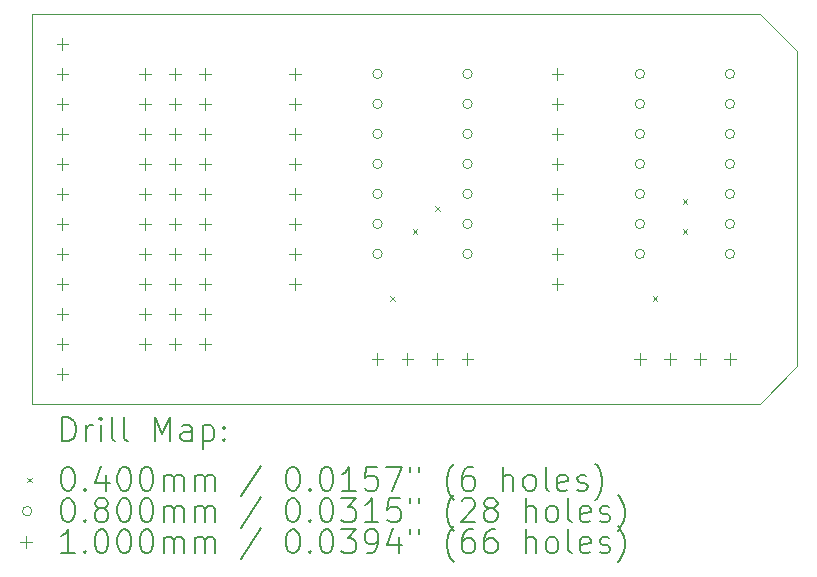
<source format=gbr>
%FSLAX45Y45*%
G04 Gerber Fmt 4.5, Leading zero omitted, Abs format (unit mm)*
G04 Created by KiCad (PCBNEW 6.0.1-79c1e3a40b~116~ubuntu21.04.1) date 2022-02-15 17:07:17*
%MOMM*%
%LPD*%
G01*
G04 APERTURE LIST*
%TA.AperFunction,Profile*%
%ADD10C,0.100000*%
%TD*%
%ADD11C,0.200000*%
%ADD12C,0.040000*%
%ADD13C,0.080000*%
%ADD14C,0.100000*%
G04 APERTURE END LIST*
D10*
X13271500Y-10985500D02*
X12954000Y-11303000D01*
X6794500Y-8001000D02*
X6794500Y-11303000D01*
X13271500Y-8318500D02*
X13271500Y-10985500D01*
X6794500Y-8001000D02*
X12954000Y-8001000D01*
X12954000Y-8001000D02*
X13271500Y-8318500D01*
X6794500Y-11303000D02*
X12954000Y-11303000D01*
D11*
D12*
X9822500Y-10394000D02*
X9862500Y-10434000D01*
X9862500Y-10394000D02*
X9822500Y-10434000D01*
X10013000Y-9822500D02*
X10053000Y-9862500D01*
X10053000Y-9822500D02*
X10013000Y-9862500D01*
X10203500Y-9632000D02*
X10243500Y-9672000D01*
X10243500Y-9632000D02*
X10203500Y-9672000D01*
X12045000Y-10394000D02*
X12085000Y-10434000D01*
X12085000Y-10394000D02*
X12045000Y-10434000D01*
X12299000Y-9568500D02*
X12339000Y-9608500D01*
X12339000Y-9568500D02*
X12299000Y-9608500D01*
X12299000Y-9822500D02*
X12339000Y-9862500D01*
X12339000Y-9822500D02*
X12299000Y-9862500D01*
D13*
X9755500Y-8509000D02*
G75*
G03*
X9755500Y-8509000I-40000J0D01*
G01*
X9755500Y-8763000D02*
G75*
G03*
X9755500Y-8763000I-40000J0D01*
G01*
X9755500Y-9017000D02*
G75*
G03*
X9755500Y-9017000I-40000J0D01*
G01*
X9755500Y-9271000D02*
G75*
G03*
X9755500Y-9271000I-40000J0D01*
G01*
X9755500Y-9525000D02*
G75*
G03*
X9755500Y-9525000I-40000J0D01*
G01*
X9755500Y-9779000D02*
G75*
G03*
X9755500Y-9779000I-40000J0D01*
G01*
X9755500Y-10033000D02*
G75*
G03*
X9755500Y-10033000I-40000J0D01*
G01*
X10517500Y-8509000D02*
G75*
G03*
X10517500Y-8509000I-40000J0D01*
G01*
X10517500Y-8763000D02*
G75*
G03*
X10517500Y-8763000I-40000J0D01*
G01*
X10517500Y-9017000D02*
G75*
G03*
X10517500Y-9017000I-40000J0D01*
G01*
X10517500Y-9271000D02*
G75*
G03*
X10517500Y-9271000I-40000J0D01*
G01*
X10517500Y-9525000D02*
G75*
G03*
X10517500Y-9525000I-40000J0D01*
G01*
X10517500Y-9779000D02*
G75*
G03*
X10517500Y-9779000I-40000J0D01*
G01*
X10517500Y-10033000D02*
G75*
G03*
X10517500Y-10033000I-40000J0D01*
G01*
X11978000Y-8509000D02*
G75*
G03*
X11978000Y-8509000I-40000J0D01*
G01*
X11978000Y-8763000D02*
G75*
G03*
X11978000Y-8763000I-40000J0D01*
G01*
X11978000Y-9017000D02*
G75*
G03*
X11978000Y-9017000I-40000J0D01*
G01*
X11978000Y-9271000D02*
G75*
G03*
X11978000Y-9271000I-40000J0D01*
G01*
X11978000Y-9525000D02*
G75*
G03*
X11978000Y-9525000I-40000J0D01*
G01*
X11978000Y-9779000D02*
G75*
G03*
X11978000Y-9779000I-40000J0D01*
G01*
X11978000Y-10033000D02*
G75*
G03*
X11978000Y-10033000I-40000J0D01*
G01*
X12740000Y-8509000D02*
G75*
G03*
X12740000Y-8509000I-40000J0D01*
G01*
X12740000Y-8763000D02*
G75*
G03*
X12740000Y-8763000I-40000J0D01*
G01*
X12740000Y-9017000D02*
G75*
G03*
X12740000Y-9017000I-40000J0D01*
G01*
X12740000Y-9271000D02*
G75*
G03*
X12740000Y-9271000I-40000J0D01*
G01*
X12740000Y-9525000D02*
G75*
G03*
X12740000Y-9525000I-40000J0D01*
G01*
X12740000Y-9779000D02*
G75*
G03*
X12740000Y-9779000I-40000J0D01*
G01*
X12740000Y-10033000D02*
G75*
G03*
X12740000Y-10033000I-40000J0D01*
G01*
D14*
X7048500Y-8205000D02*
X7048500Y-8305000D01*
X6998500Y-8255000D02*
X7098500Y-8255000D01*
X7048500Y-8459000D02*
X7048500Y-8559000D01*
X6998500Y-8509000D02*
X7098500Y-8509000D01*
X7048500Y-8713000D02*
X7048500Y-8813000D01*
X6998500Y-8763000D02*
X7098500Y-8763000D01*
X7048500Y-8967000D02*
X7048500Y-9067000D01*
X6998500Y-9017000D02*
X7098500Y-9017000D01*
X7048500Y-9221000D02*
X7048500Y-9321000D01*
X6998500Y-9271000D02*
X7098500Y-9271000D01*
X7048500Y-9475000D02*
X7048500Y-9575000D01*
X6998500Y-9525000D02*
X7098500Y-9525000D01*
X7048500Y-9729000D02*
X7048500Y-9829000D01*
X6998500Y-9779000D02*
X7098500Y-9779000D01*
X7048500Y-9983000D02*
X7048500Y-10083000D01*
X6998500Y-10033000D02*
X7098500Y-10033000D01*
X7048500Y-10237000D02*
X7048500Y-10337000D01*
X6998500Y-10287000D02*
X7098500Y-10287000D01*
X7048500Y-10491000D02*
X7048500Y-10591000D01*
X6998500Y-10541000D02*
X7098500Y-10541000D01*
X7048500Y-10745000D02*
X7048500Y-10845000D01*
X6998500Y-10795000D02*
X7098500Y-10795000D01*
X7048500Y-10999000D02*
X7048500Y-11099000D01*
X6998500Y-11049000D02*
X7098500Y-11049000D01*
X7747000Y-8459000D02*
X7747000Y-8559000D01*
X7697000Y-8509000D02*
X7797000Y-8509000D01*
X7747000Y-8713000D02*
X7747000Y-8813000D01*
X7697000Y-8763000D02*
X7797000Y-8763000D01*
X7747000Y-8967000D02*
X7747000Y-9067000D01*
X7697000Y-9017000D02*
X7797000Y-9017000D01*
X7747000Y-9221000D02*
X7747000Y-9321000D01*
X7697000Y-9271000D02*
X7797000Y-9271000D01*
X7747000Y-9475000D02*
X7747000Y-9575000D01*
X7697000Y-9525000D02*
X7797000Y-9525000D01*
X7747000Y-9729000D02*
X7747000Y-9829000D01*
X7697000Y-9779000D02*
X7797000Y-9779000D01*
X7747000Y-9983000D02*
X7747000Y-10083000D01*
X7697000Y-10033000D02*
X7797000Y-10033000D01*
X7747000Y-10237000D02*
X7747000Y-10337000D01*
X7697000Y-10287000D02*
X7797000Y-10287000D01*
X7747000Y-10491000D02*
X7747000Y-10591000D01*
X7697000Y-10541000D02*
X7797000Y-10541000D01*
X7747000Y-10745000D02*
X7747000Y-10845000D01*
X7697000Y-10795000D02*
X7797000Y-10795000D01*
X8001000Y-8459000D02*
X8001000Y-8559000D01*
X7951000Y-8509000D02*
X8051000Y-8509000D01*
X8001000Y-8713000D02*
X8001000Y-8813000D01*
X7951000Y-8763000D02*
X8051000Y-8763000D01*
X8001000Y-8967000D02*
X8001000Y-9067000D01*
X7951000Y-9017000D02*
X8051000Y-9017000D01*
X8001000Y-9221000D02*
X8001000Y-9321000D01*
X7951000Y-9271000D02*
X8051000Y-9271000D01*
X8001000Y-9475000D02*
X8001000Y-9575000D01*
X7951000Y-9525000D02*
X8051000Y-9525000D01*
X8001000Y-9729000D02*
X8001000Y-9829000D01*
X7951000Y-9779000D02*
X8051000Y-9779000D01*
X8001000Y-9983000D02*
X8001000Y-10083000D01*
X7951000Y-10033000D02*
X8051000Y-10033000D01*
X8001000Y-10237000D02*
X8001000Y-10337000D01*
X7951000Y-10287000D02*
X8051000Y-10287000D01*
X8001000Y-10491000D02*
X8001000Y-10591000D01*
X7951000Y-10541000D02*
X8051000Y-10541000D01*
X8001000Y-10745000D02*
X8001000Y-10845000D01*
X7951000Y-10795000D02*
X8051000Y-10795000D01*
X8255000Y-8459000D02*
X8255000Y-8559000D01*
X8205000Y-8509000D02*
X8305000Y-8509000D01*
X8255000Y-8713000D02*
X8255000Y-8813000D01*
X8205000Y-8763000D02*
X8305000Y-8763000D01*
X8255000Y-8967000D02*
X8255000Y-9067000D01*
X8205000Y-9017000D02*
X8305000Y-9017000D01*
X8255000Y-9221000D02*
X8255000Y-9321000D01*
X8205000Y-9271000D02*
X8305000Y-9271000D01*
X8255000Y-9475000D02*
X8255000Y-9575000D01*
X8205000Y-9525000D02*
X8305000Y-9525000D01*
X8255000Y-9729000D02*
X8255000Y-9829000D01*
X8205000Y-9779000D02*
X8305000Y-9779000D01*
X8255000Y-9983000D02*
X8255000Y-10083000D01*
X8205000Y-10033000D02*
X8305000Y-10033000D01*
X8255000Y-10237000D02*
X8255000Y-10337000D01*
X8205000Y-10287000D02*
X8305000Y-10287000D01*
X8255000Y-10491000D02*
X8255000Y-10591000D01*
X8205000Y-10541000D02*
X8305000Y-10541000D01*
X8255000Y-10745000D02*
X8255000Y-10845000D01*
X8205000Y-10795000D02*
X8305000Y-10795000D01*
X9017000Y-8459000D02*
X9017000Y-8559000D01*
X8967000Y-8509000D02*
X9067000Y-8509000D01*
X9017000Y-8713000D02*
X9017000Y-8813000D01*
X8967000Y-8763000D02*
X9067000Y-8763000D01*
X9017000Y-8967000D02*
X9017000Y-9067000D01*
X8967000Y-9017000D02*
X9067000Y-9017000D01*
X9017000Y-9221000D02*
X9017000Y-9321000D01*
X8967000Y-9271000D02*
X9067000Y-9271000D01*
X9017000Y-9475000D02*
X9017000Y-9575000D01*
X8967000Y-9525000D02*
X9067000Y-9525000D01*
X9017000Y-9729000D02*
X9017000Y-9829000D01*
X8967000Y-9779000D02*
X9067000Y-9779000D01*
X9017000Y-9983000D02*
X9017000Y-10083000D01*
X8967000Y-10033000D02*
X9067000Y-10033000D01*
X9017000Y-10237000D02*
X9017000Y-10337000D01*
X8967000Y-10287000D02*
X9067000Y-10287000D01*
X9715500Y-10872000D02*
X9715500Y-10972000D01*
X9665500Y-10922000D02*
X9765500Y-10922000D01*
X9969500Y-10872000D02*
X9969500Y-10972000D01*
X9919500Y-10922000D02*
X10019500Y-10922000D01*
X10223500Y-10872000D02*
X10223500Y-10972000D01*
X10173500Y-10922000D02*
X10273500Y-10922000D01*
X10477500Y-10872000D02*
X10477500Y-10972000D01*
X10427500Y-10922000D02*
X10527500Y-10922000D01*
X11239500Y-8459000D02*
X11239500Y-8559000D01*
X11189500Y-8509000D02*
X11289500Y-8509000D01*
X11239500Y-8713000D02*
X11239500Y-8813000D01*
X11189500Y-8763000D02*
X11289500Y-8763000D01*
X11239500Y-8967000D02*
X11239500Y-9067000D01*
X11189500Y-9017000D02*
X11289500Y-9017000D01*
X11239500Y-9221000D02*
X11239500Y-9321000D01*
X11189500Y-9271000D02*
X11289500Y-9271000D01*
X11239500Y-9475000D02*
X11239500Y-9575000D01*
X11189500Y-9525000D02*
X11289500Y-9525000D01*
X11239500Y-9729000D02*
X11239500Y-9829000D01*
X11189500Y-9779000D02*
X11289500Y-9779000D01*
X11239500Y-9983000D02*
X11239500Y-10083000D01*
X11189500Y-10033000D02*
X11289500Y-10033000D01*
X11239500Y-10237000D02*
X11239500Y-10337000D01*
X11189500Y-10287000D02*
X11289500Y-10287000D01*
X11938000Y-10872000D02*
X11938000Y-10972000D01*
X11888000Y-10922000D02*
X11988000Y-10922000D01*
X12192000Y-10872000D02*
X12192000Y-10972000D01*
X12142000Y-10922000D02*
X12242000Y-10922000D01*
X12446000Y-10872000D02*
X12446000Y-10972000D01*
X12396000Y-10922000D02*
X12496000Y-10922000D01*
X12700000Y-10872000D02*
X12700000Y-10972000D01*
X12650000Y-10922000D02*
X12750000Y-10922000D01*
D11*
X7047119Y-11618476D02*
X7047119Y-11418476D01*
X7094738Y-11418476D01*
X7123309Y-11428000D01*
X7142357Y-11447048D01*
X7151881Y-11466095D01*
X7161405Y-11504190D01*
X7161405Y-11532762D01*
X7151881Y-11570857D01*
X7142357Y-11589905D01*
X7123309Y-11608952D01*
X7094738Y-11618476D01*
X7047119Y-11618476D01*
X7247119Y-11618476D02*
X7247119Y-11485143D01*
X7247119Y-11523238D02*
X7256643Y-11504190D01*
X7266167Y-11494667D01*
X7285214Y-11485143D01*
X7304262Y-11485143D01*
X7370928Y-11618476D02*
X7370928Y-11485143D01*
X7370928Y-11418476D02*
X7361405Y-11428000D01*
X7370928Y-11437524D01*
X7380452Y-11428000D01*
X7370928Y-11418476D01*
X7370928Y-11437524D01*
X7494738Y-11618476D02*
X7475690Y-11608952D01*
X7466167Y-11589905D01*
X7466167Y-11418476D01*
X7599500Y-11618476D02*
X7580452Y-11608952D01*
X7570928Y-11589905D01*
X7570928Y-11418476D01*
X7828071Y-11618476D02*
X7828071Y-11418476D01*
X7894738Y-11561333D01*
X7961405Y-11418476D01*
X7961405Y-11618476D01*
X8142357Y-11618476D02*
X8142357Y-11513714D01*
X8132833Y-11494667D01*
X8113786Y-11485143D01*
X8075690Y-11485143D01*
X8056643Y-11494667D01*
X8142357Y-11608952D02*
X8123309Y-11618476D01*
X8075690Y-11618476D01*
X8056643Y-11608952D01*
X8047119Y-11589905D01*
X8047119Y-11570857D01*
X8056643Y-11551809D01*
X8075690Y-11542286D01*
X8123309Y-11542286D01*
X8142357Y-11532762D01*
X8237595Y-11485143D02*
X8237595Y-11685143D01*
X8237595Y-11494667D02*
X8256643Y-11485143D01*
X8294738Y-11485143D01*
X8313786Y-11494667D01*
X8323309Y-11504190D01*
X8332833Y-11523238D01*
X8332833Y-11580381D01*
X8323309Y-11599428D01*
X8313786Y-11608952D01*
X8294738Y-11618476D01*
X8256643Y-11618476D01*
X8237595Y-11608952D01*
X8418548Y-11599428D02*
X8428071Y-11608952D01*
X8418548Y-11618476D01*
X8409024Y-11608952D01*
X8418548Y-11599428D01*
X8418548Y-11618476D01*
X8418548Y-11494667D02*
X8428071Y-11504190D01*
X8418548Y-11513714D01*
X8409024Y-11504190D01*
X8418548Y-11494667D01*
X8418548Y-11513714D01*
D12*
X6749500Y-11928000D02*
X6789500Y-11968000D01*
X6789500Y-11928000D02*
X6749500Y-11968000D01*
D11*
X7085214Y-11838476D02*
X7104262Y-11838476D01*
X7123309Y-11848000D01*
X7132833Y-11857524D01*
X7142357Y-11876571D01*
X7151881Y-11914667D01*
X7151881Y-11962286D01*
X7142357Y-12000381D01*
X7132833Y-12019428D01*
X7123309Y-12028952D01*
X7104262Y-12038476D01*
X7085214Y-12038476D01*
X7066167Y-12028952D01*
X7056643Y-12019428D01*
X7047119Y-12000381D01*
X7037595Y-11962286D01*
X7037595Y-11914667D01*
X7047119Y-11876571D01*
X7056643Y-11857524D01*
X7066167Y-11848000D01*
X7085214Y-11838476D01*
X7237595Y-12019428D02*
X7247119Y-12028952D01*
X7237595Y-12038476D01*
X7228071Y-12028952D01*
X7237595Y-12019428D01*
X7237595Y-12038476D01*
X7418548Y-11905143D02*
X7418548Y-12038476D01*
X7370928Y-11828952D02*
X7323309Y-11971809D01*
X7447119Y-11971809D01*
X7561405Y-11838476D02*
X7580452Y-11838476D01*
X7599500Y-11848000D01*
X7609024Y-11857524D01*
X7618548Y-11876571D01*
X7628071Y-11914667D01*
X7628071Y-11962286D01*
X7618548Y-12000381D01*
X7609024Y-12019428D01*
X7599500Y-12028952D01*
X7580452Y-12038476D01*
X7561405Y-12038476D01*
X7542357Y-12028952D01*
X7532833Y-12019428D01*
X7523309Y-12000381D01*
X7513786Y-11962286D01*
X7513786Y-11914667D01*
X7523309Y-11876571D01*
X7532833Y-11857524D01*
X7542357Y-11848000D01*
X7561405Y-11838476D01*
X7751881Y-11838476D02*
X7770928Y-11838476D01*
X7789976Y-11848000D01*
X7799500Y-11857524D01*
X7809024Y-11876571D01*
X7818548Y-11914667D01*
X7818548Y-11962286D01*
X7809024Y-12000381D01*
X7799500Y-12019428D01*
X7789976Y-12028952D01*
X7770928Y-12038476D01*
X7751881Y-12038476D01*
X7732833Y-12028952D01*
X7723309Y-12019428D01*
X7713786Y-12000381D01*
X7704262Y-11962286D01*
X7704262Y-11914667D01*
X7713786Y-11876571D01*
X7723309Y-11857524D01*
X7732833Y-11848000D01*
X7751881Y-11838476D01*
X7904262Y-12038476D02*
X7904262Y-11905143D01*
X7904262Y-11924190D02*
X7913786Y-11914667D01*
X7932833Y-11905143D01*
X7961405Y-11905143D01*
X7980452Y-11914667D01*
X7989976Y-11933714D01*
X7989976Y-12038476D01*
X7989976Y-11933714D02*
X7999500Y-11914667D01*
X8018548Y-11905143D01*
X8047119Y-11905143D01*
X8066167Y-11914667D01*
X8075690Y-11933714D01*
X8075690Y-12038476D01*
X8170928Y-12038476D02*
X8170928Y-11905143D01*
X8170928Y-11924190D02*
X8180452Y-11914667D01*
X8199500Y-11905143D01*
X8228071Y-11905143D01*
X8247119Y-11914667D01*
X8256643Y-11933714D01*
X8256643Y-12038476D01*
X8256643Y-11933714D02*
X8266167Y-11914667D01*
X8285214Y-11905143D01*
X8313786Y-11905143D01*
X8332833Y-11914667D01*
X8342357Y-11933714D01*
X8342357Y-12038476D01*
X8732833Y-11828952D02*
X8561405Y-12086095D01*
X8989976Y-11838476D02*
X9009024Y-11838476D01*
X9028071Y-11848000D01*
X9037595Y-11857524D01*
X9047119Y-11876571D01*
X9056643Y-11914667D01*
X9056643Y-11962286D01*
X9047119Y-12000381D01*
X9037595Y-12019428D01*
X9028071Y-12028952D01*
X9009024Y-12038476D01*
X8989976Y-12038476D01*
X8970929Y-12028952D01*
X8961405Y-12019428D01*
X8951881Y-12000381D01*
X8942357Y-11962286D01*
X8942357Y-11914667D01*
X8951881Y-11876571D01*
X8961405Y-11857524D01*
X8970929Y-11848000D01*
X8989976Y-11838476D01*
X9142357Y-12019428D02*
X9151881Y-12028952D01*
X9142357Y-12038476D01*
X9132833Y-12028952D01*
X9142357Y-12019428D01*
X9142357Y-12038476D01*
X9275690Y-11838476D02*
X9294738Y-11838476D01*
X9313786Y-11848000D01*
X9323310Y-11857524D01*
X9332833Y-11876571D01*
X9342357Y-11914667D01*
X9342357Y-11962286D01*
X9332833Y-12000381D01*
X9323310Y-12019428D01*
X9313786Y-12028952D01*
X9294738Y-12038476D01*
X9275690Y-12038476D01*
X9256643Y-12028952D01*
X9247119Y-12019428D01*
X9237595Y-12000381D01*
X9228071Y-11962286D01*
X9228071Y-11914667D01*
X9237595Y-11876571D01*
X9247119Y-11857524D01*
X9256643Y-11848000D01*
X9275690Y-11838476D01*
X9532833Y-12038476D02*
X9418548Y-12038476D01*
X9475690Y-12038476D02*
X9475690Y-11838476D01*
X9456643Y-11867048D01*
X9437595Y-11886095D01*
X9418548Y-11895619D01*
X9713786Y-11838476D02*
X9618548Y-11838476D01*
X9609024Y-11933714D01*
X9618548Y-11924190D01*
X9637595Y-11914667D01*
X9685214Y-11914667D01*
X9704262Y-11924190D01*
X9713786Y-11933714D01*
X9723310Y-11952762D01*
X9723310Y-12000381D01*
X9713786Y-12019428D01*
X9704262Y-12028952D01*
X9685214Y-12038476D01*
X9637595Y-12038476D01*
X9618548Y-12028952D01*
X9609024Y-12019428D01*
X9789976Y-11838476D02*
X9923310Y-11838476D01*
X9837595Y-12038476D01*
X9989976Y-11838476D02*
X9989976Y-11876571D01*
X10066167Y-11838476D02*
X10066167Y-11876571D01*
X10361405Y-12114667D02*
X10351881Y-12105143D01*
X10332833Y-12076571D01*
X10323310Y-12057524D01*
X10313786Y-12028952D01*
X10304262Y-11981333D01*
X10304262Y-11943238D01*
X10313786Y-11895619D01*
X10323310Y-11867048D01*
X10332833Y-11848000D01*
X10351881Y-11819428D01*
X10361405Y-11809905D01*
X10523310Y-11838476D02*
X10485214Y-11838476D01*
X10466167Y-11848000D01*
X10456643Y-11857524D01*
X10437595Y-11886095D01*
X10428071Y-11924190D01*
X10428071Y-12000381D01*
X10437595Y-12019428D01*
X10447119Y-12028952D01*
X10466167Y-12038476D01*
X10504262Y-12038476D01*
X10523310Y-12028952D01*
X10532833Y-12019428D01*
X10542357Y-12000381D01*
X10542357Y-11952762D01*
X10532833Y-11933714D01*
X10523310Y-11924190D01*
X10504262Y-11914667D01*
X10466167Y-11914667D01*
X10447119Y-11924190D01*
X10437595Y-11933714D01*
X10428071Y-11952762D01*
X10780452Y-12038476D02*
X10780452Y-11838476D01*
X10866167Y-12038476D02*
X10866167Y-11933714D01*
X10856643Y-11914667D01*
X10837595Y-11905143D01*
X10809024Y-11905143D01*
X10789976Y-11914667D01*
X10780452Y-11924190D01*
X10989976Y-12038476D02*
X10970929Y-12028952D01*
X10961405Y-12019428D01*
X10951881Y-12000381D01*
X10951881Y-11943238D01*
X10961405Y-11924190D01*
X10970929Y-11914667D01*
X10989976Y-11905143D01*
X11018548Y-11905143D01*
X11037595Y-11914667D01*
X11047119Y-11924190D01*
X11056643Y-11943238D01*
X11056643Y-12000381D01*
X11047119Y-12019428D01*
X11037595Y-12028952D01*
X11018548Y-12038476D01*
X10989976Y-12038476D01*
X11170929Y-12038476D02*
X11151881Y-12028952D01*
X11142357Y-12009905D01*
X11142357Y-11838476D01*
X11323309Y-12028952D02*
X11304262Y-12038476D01*
X11266167Y-12038476D01*
X11247119Y-12028952D01*
X11237595Y-12009905D01*
X11237595Y-11933714D01*
X11247119Y-11914667D01*
X11266167Y-11905143D01*
X11304262Y-11905143D01*
X11323309Y-11914667D01*
X11332833Y-11933714D01*
X11332833Y-11952762D01*
X11237595Y-11971809D01*
X11409024Y-12028952D02*
X11428071Y-12038476D01*
X11466167Y-12038476D01*
X11485214Y-12028952D01*
X11494738Y-12009905D01*
X11494738Y-12000381D01*
X11485214Y-11981333D01*
X11466167Y-11971809D01*
X11437595Y-11971809D01*
X11418548Y-11962286D01*
X11409024Y-11943238D01*
X11409024Y-11933714D01*
X11418548Y-11914667D01*
X11437595Y-11905143D01*
X11466167Y-11905143D01*
X11485214Y-11914667D01*
X11561405Y-12114667D02*
X11570928Y-12105143D01*
X11589976Y-12076571D01*
X11599500Y-12057524D01*
X11609024Y-12028952D01*
X11618548Y-11981333D01*
X11618548Y-11943238D01*
X11609024Y-11895619D01*
X11599500Y-11867048D01*
X11589976Y-11848000D01*
X11570928Y-11819428D01*
X11561405Y-11809905D01*
D13*
X6789500Y-12212000D02*
G75*
G03*
X6789500Y-12212000I-40000J0D01*
G01*
D11*
X7085214Y-12102476D02*
X7104262Y-12102476D01*
X7123309Y-12112000D01*
X7132833Y-12121524D01*
X7142357Y-12140571D01*
X7151881Y-12178667D01*
X7151881Y-12226286D01*
X7142357Y-12264381D01*
X7132833Y-12283428D01*
X7123309Y-12292952D01*
X7104262Y-12302476D01*
X7085214Y-12302476D01*
X7066167Y-12292952D01*
X7056643Y-12283428D01*
X7047119Y-12264381D01*
X7037595Y-12226286D01*
X7037595Y-12178667D01*
X7047119Y-12140571D01*
X7056643Y-12121524D01*
X7066167Y-12112000D01*
X7085214Y-12102476D01*
X7237595Y-12283428D02*
X7247119Y-12292952D01*
X7237595Y-12302476D01*
X7228071Y-12292952D01*
X7237595Y-12283428D01*
X7237595Y-12302476D01*
X7361405Y-12188190D02*
X7342357Y-12178667D01*
X7332833Y-12169143D01*
X7323309Y-12150095D01*
X7323309Y-12140571D01*
X7332833Y-12121524D01*
X7342357Y-12112000D01*
X7361405Y-12102476D01*
X7399500Y-12102476D01*
X7418548Y-12112000D01*
X7428071Y-12121524D01*
X7437595Y-12140571D01*
X7437595Y-12150095D01*
X7428071Y-12169143D01*
X7418548Y-12178667D01*
X7399500Y-12188190D01*
X7361405Y-12188190D01*
X7342357Y-12197714D01*
X7332833Y-12207238D01*
X7323309Y-12226286D01*
X7323309Y-12264381D01*
X7332833Y-12283428D01*
X7342357Y-12292952D01*
X7361405Y-12302476D01*
X7399500Y-12302476D01*
X7418548Y-12292952D01*
X7428071Y-12283428D01*
X7437595Y-12264381D01*
X7437595Y-12226286D01*
X7428071Y-12207238D01*
X7418548Y-12197714D01*
X7399500Y-12188190D01*
X7561405Y-12102476D02*
X7580452Y-12102476D01*
X7599500Y-12112000D01*
X7609024Y-12121524D01*
X7618548Y-12140571D01*
X7628071Y-12178667D01*
X7628071Y-12226286D01*
X7618548Y-12264381D01*
X7609024Y-12283428D01*
X7599500Y-12292952D01*
X7580452Y-12302476D01*
X7561405Y-12302476D01*
X7542357Y-12292952D01*
X7532833Y-12283428D01*
X7523309Y-12264381D01*
X7513786Y-12226286D01*
X7513786Y-12178667D01*
X7523309Y-12140571D01*
X7532833Y-12121524D01*
X7542357Y-12112000D01*
X7561405Y-12102476D01*
X7751881Y-12102476D02*
X7770928Y-12102476D01*
X7789976Y-12112000D01*
X7799500Y-12121524D01*
X7809024Y-12140571D01*
X7818548Y-12178667D01*
X7818548Y-12226286D01*
X7809024Y-12264381D01*
X7799500Y-12283428D01*
X7789976Y-12292952D01*
X7770928Y-12302476D01*
X7751881Y-12302476D01*
X7732833Y-12292952D01*
X7723309Y-12283428D01*
X7713786Y-12264381D01*
X7704262Y-12226286D01*
X7704262Y-12178667D01*
X7713786Y-12140571D01*
X7723309Y-12121524D01*
X7732833Y-12112000D01*
X7751881Y-12102476D01*
X7904262Y-12302476D02*
X7904262Y-12169143D01*
X7904262Y-12188190D02*
X7913786Y-12178667D01*
X7932833Y-12169143D01*
X7961405Y-12169143D01*
X7980452Y-12178667D01*
X7989976Y-12197714D01*
X7989976Y-12302476D01*
X7989976Y-12197714D02*
X7999500Y-12178667D01*
X8018548Y-12169143D01*
X8047119Y-12169143D01*
X8066167Y-12178667D01*
X8075690Y-12197714D01*
X8075690Y-12302476D01*
X8170928Y-12302476D02*
X8170928Y-12169143D01*
X8170928Y-12188190D02*
X8180452Y-12178667D01*
X8199500Y-12169143D01*
X8228071Y-12169143D01*
X8247119Y-12178667D01*
X8256643Y-12197714D01*
X8256643Y-12302476D01*
X8256643Y-12197714D02*
X8266167Y-12178667D01*
X8285214Y-12169143D01*
X8313786Y-12169143D01*
X8332833Y-12178667D01*
X8342357Y-12197714D01*
X8342357Y-12302476D01*
X8732833Y-12092952D02*
X8561405Y-12350095D01*
X8989976Y-12102476D02*
X9009024Y-12102476D01*
X9028071Y-12112000D01*
X9037595Y-12121524D01*
X9047119Y-12140571D01*
X9056643Y-12178667D01*
X9056643Y-12226286D01*
X9047119Y-12264381D01*
X9037595Y-12283428D01*
X9028071Y-12292952D01*
X9009024Y-12302476D01*
X8989976Y-12302476D01*
X8970929Y-12292952D01*
X8961405Y-12283428D01*
X8951881Y-12264381D01*
X8942357Y-12226286D01*
X8942357Y-12178667D01*
X8951881Y-12140571D01*
X8961405Y-12121524D01*
X8970929Y-12112000D01*
X8989976Y-12102476D01*
X9142357Y-12283428D02*
X9151881Y-12292952D01*
X9142357Y-12302476D01*
X9132833Y-12292952D01*
X9142357Y-12283428D01*
X9142357Y-12302476D01*
X9275690Y-12102476D02*
X9294738Y-12102476D01*
X9313786Y-12112000D01*
X9323310Y-12121524D01*
X9332833Y-12140571D01*
X9342357Y-12178667D01*
X9342357Y-12226286D01*
X9332833Y-12264381D01*
X9323310Y-12283428D01*
X9313786Y-12292952D01*
X9294738Y-12302476D01*
X9275690Y-12302476D01*
X9256643Y-12292952D01*
X9247119Y-12283428D01*
X9237595Y-12264381D01*
X9228071Y-12226286D01*
X9228071Y-12178667D01*
X9237595Y-12140571D01*
X9247119Y-12121524D01*
X9256643Y-12112000D01*
X9275690Y-12102476D01*
X9409024Y-12102476D02*
X9532833Y-12102476D01*
X9466167Y-12178667D01*
X9494738Y-12178667D01*
X9513786Y-12188190D01*
X9523310Y-12197714D01*
X9532833Y-12216762D01*
X9532833Y-12264381D01*
X9523310Y-12283428D01*
X9513786Y-12292952D01*
X9494738Y-12302476D01*
X9437595Y-12302476D01*
X9418548Y-12292952D01*
X9409024Y-12283428D01*
X9723310Y-12302476D02*
X9609024Y-12302476D01*
X9666167Y-12302476D02*
X9666167Y-12102476D01*
X9647119Y-12131048D01*
X9628071Y-12150095D01*
X9609024Y-12159619D01*
X9904262Y-12102476D02*
X9809024Y-12102476D01*
X9799500Y-12197714D01*
X9809024Y-12188190D01*
X9828071Y-12178667D01*
X9875690Y-12178667D01*
X9894738Y-12188190D01*
X9904262Y-12197714D01*
X9913786Y-12216762D01*
X9913786Y-12264381D01*
X9904262Y-12283428D01*
X9894738Y-12292952D01*
X9875690Y-12302476D01*
X9828071Y-12302476D01*
X9809024Y-12292952D01*
X9799500Y-12283428D01*
X9989976Y-12102476D02*
X9989976Y-12140571D01*
X10066167Y-12102476D02*
X10066167Y-12140571D01*
X10361405Y-12378667D02*
X10351881Y-12369143D01*
X10332833Y-12340571D01*
X10323310Y-12321524D01*
X10313786Y-12292952D01*
X10304262Y-12245333D01*
X10304262Y-12207238D01*
X10313786Y-12159619D01*
X10323310Y-12131048D01*
X10332833Y-12112000D01*
X10351881Y-12083428D01*
X10361405Y-12073905D01*
X10428071Y-12121524D02*
X10437595Y-12112000D01*
X10456643Y-12102476D01*
X10504262Y-12102476D01*
X10523310Y-12112000D01*
X10532833Y-12121524D01*
X10542357Y-12140571D01*
X10542357Y-12159619D01*
X10532833Y-12188190D01*
X10418548Y-12302476D01*
X10542357Y-12302476D01*
X10656643Y-12188190D02*
X10637595Y-12178667D01*
X10628071Y-12169143D01*
X10618548Y-12150095D01*
X10618548Y-12140571D01*
X10628071Y-12121524D01*
X10637595Y-12112000D01*
X10656643Y-12102476D01*
X10694738Y-12102476D01*
X10713786Y-12112000D01*
X10723310Y-12121524D01*
X10732833Y-12140571D01*
X10732833Y-12150095D01*
X10723310Y-12169143D01*
X10713786Y-12178667D01*
X10694738Y-12188190D01*
X10656643Y-12188190D01*
X10637595Y-12197714D01*
X10628071Y-12207238D01*
X10618548Y-12226286D01*
X10618548Y-12264381D01*
X10628071Y-12283428D01*
X10637595Y-12292952D01*
X10656643Y-12302476D01*
X10694738Y-12302476D01*
X10713786Y-12292952D01*
X10723310Y-12283428D01*
X10732833Y-12264381D01*
X10732833Y-12226286D01*
X10723310Y-12207238D01*
X10713786Y-12197714D01*
X10694738Y-12188190D01*
X10970929Y-12302476D02*
X10970929Y-12102476D01*
X11056643Y-12302476D02*
X11056643Y-12197714D01*
X11047119Y-12178667D01*
X11028071Y-12169143D01*
X10999500Y-12169143D01*
X10980452Y-12178667D01*
X10970929Y-12188190D01*
X11180452Y-12302476D02*
X11161405Y-12292952D01*
X11151881Y-12283428D01*
X11142357Y-12264381D01*
X11142357Y-12207238D01*
X11151881Y-12188190D01*
X11161405Y-12178667D01*
X11180452Y-12169143D01*
X11209024Y-12169143D01*
X11228071Y-12178667D01*
X11237595Y-12188190D01*
X11247119Y-12207238D01*
X11247119Y-12264381D01*
X11237595Y-12283428D01*
X11228071Y-12292952D01*
X11209024Y-12302476D01*
X11180452Y-12302476D01*
X11361405Y-12302476D02*
X11342357Y-12292952D01*
X11332833Y-12273905D01*
X11332833Y-12102476D01*
X11513786Y-12292952D02*
X11494738Y-12302476D01*
X11456643Y-12302476D01*
X11437595Y-12292952D01*
X11428071Y-12273905D01*
X11428071Y-12197714D01*
X11437595Y-12178667D01*
X11456643Y-12169143D01*
X11494738Y-12169143D01*
X11513786Y-12178667D01*
X11523309Y-12197714D01*
X11523309Y-12216762D01*
X11428071Y-12235809D01*
X11599500Y-12292952D02*
X11618548Y-12302476D01*
X11656643Y-12302476D01*
X11675690Y-12292952D01*
X11685214Y-12273905D01*
X11685214Y-12264381D01*
X11675690Y-12245333D01*
X11656643Y-12235809D01*
X11628071Y-12235809D01*
X11609024Y-12226286D01*
X11599500Y-12207238D01*
X11599500Y-12197714D01*
X11609024Y-12178667D01*
X11628071Y-12169143D01*
X11656643Y-12169143D01*
X11675690Y-12178667D01*
X11751881Y-12378667D02*
X11761405Y-12369143D01*
X11780452Y-12340571D01*
X11789976Y-12321524D01*
X11799500Y-12292952D01*
X11809024Y-12245333D01*
X11809024Y-12207238D01*
X11799500Y-12159619D01*
X11789976Y-12131048D01*
X11780452Y-12112000D01*
X11761405Y-12083428D01*
X11751881Y-12073905D01*
D14*
X6739500Y-12426000D02*
X6739500Y-12526000D01*
X6689500Y-12476000D02*
X6789500Y-12476000D01*
D11*
X7151881Y-12566476D02*
X7037595Y-12566476D01*
X7094738Y-12566476D02*
X7094738Y-12366476D01*
X7075690Y-12395048D01*
X7056643Y-12414095D01*
X7037595Y-12423619D01*
X7237595Y-12547428D02*
X7247119Y-12556952D01*
X7237595Y-12566476D01*
X7228071Y-12556952D01*
X7237595Y-12547428D01*
X7237595Y-12566476D01*
X7370928Y-12366476D02*
X7389976Y-12366476D01*
X7409024Y-12376000D01*
X7418548Y-12385524D01*
X7428071Y-12404571D01*
X7437595Y-12442667D01*
X7437595Y-12490286D01*
X7428071Y-12528381D01*
X7418548Y-12547428D01*
X7409024Y-12556952D01*
X7389976Y-12566476D01*
X7370928Y-12566476D01*
X7351881Y-12556952D01*
X7342357Y-12547428D01*
X7332833Y-12528381D01*
X7323309Y-12490286D01*
X7323309Y-12442667D01*
X7332833Y-12404571D01*
X7342357Y-12385524D01*
X7351881Y-12376000D01*
X7370928Y-12366476D01*
X7561405Y-12366476D02*
X7580452Y-12366476D01*
X7599500Y-12376000D01*
X7609024Y-12385524D01*
X7618548Y-12404571D01*
X7628071Y-12442667D01*
X7628071Y-12490286D01*
X7618548Y-12528381D01*
X7609024Y-12547428D01*
X7599500Y-12556952D01*
X7580452Y-12566476D01*
X7561405Y-12566476D01*
X7542357Y-12556952D01*
X7532833Y-12547428D01*
X7523309Y-12528381D01*
X7513786Y-12490286D01*
X7513786Y-12442667D01*
X7523309Y-12404571D01*
X7532833Y-12385524D01*
X7542357Y-12376000D01*
X7561405Y-12366476D01*
X7751881Y-12366476D02*
X7770928Y-12366476D01*
X7789976Y-12376000D01*
X7799500Y-12385524D01*
X7809024Y-12404571D01*
X7818548Y-12442667D01*
X7818548Y-12490286D01*
X7809024Y-12528381D01*
X7799500Y-12547428D01*
X7789976Y-12556952D01*
X7770928Y-12566476D01*
X7751881Y-12566476D01*
X7732833Y-12556952D01*
X7723309Y-12547428D01*
X7713786Y-12528381D01*
X7704262Y-12490286D01*
X7704262Y-12442667D01*
X7713786Y-12404571D01*
X7723309Y-12385524D01*
X7732833Y-12376000D01*
X7751881Y-12366476D01*
X7904262Y-12566476D02*
X7904262Y-12433143D01*
X7904262Y-12452190D02*
X7913786Y-12442667D01*
X7932833Y-12433143D01*
X7961405Y-12433143D01*
X7980452Y-12442667D01*
X7989976Y-12461714D01*
X7989976Y-12566476D01*
X7989976Y-12461714D02*
X7999500Y-12442667D01*
X8018548Y-12433143D01*
X8047119Y-12433143D01*
X8066167Y-12442667D01*
X8075690Y-12461714D01*
X8075690Y-12566476D01*
X8170928Y-12566476D02*
X8170928Y-12433143D01*
X8170928Y-12452190D02*
X8180452Y-12442667D01*
X8199500Y-12433143D01*
X8228071Y-12433143D01*
X8247119Y-12442667D01*
X8256643Y-12461714D01*
X8256643Y-12566476D01*
X8256643Y-12461714D02*
X8266167Y-12442667D01*
X8285214Y-12433143D01*
X8313786Y-12433143D01*
X8332833Y-12442667D01*
X8342357Y-12461714D01*
X8342357Y-12566476D01*
X8732833Y-12356952D02*
X8561405Y-12614095D01*
X8989976Y-12366476D02*
X9009024Y-12366476D01*
X9028071Y-12376000D01*
X9037595Y-12385524D01*
X9047119Y-12404571D01*
X9056643Y-12442667D01*
X9056643Y-12490286D01*
X9047119Y-12528381D01*
X9037595Y-12547428D01*
X9028071Y-12556952D01*
X9009024Y-12566476D01*
X8989976Y-12566476D01*
X8970929Y-12556952D01*
X8961405Y-12547428D01*
X8951881Y-12528381D01*
X8942357Y-12490286D01*
X8942357Y-12442667D01*
X8951881Y-12404571D01*
X8961405Y-12385524D01*
X8970929Y-12376000D01*
X8989976Y-12366476D01*
X9142357Y-12547428D02*
X9151881Y-12556952D01*
X9142357Y-12566476D01*
X9132833Y-12556952D01*
X9142357Y-12547428D01*
X9142357Y-12566476D01*
X9275690Y-12366476D02*
X9294738Y-12366476D01*
X9313786Y-12376000D01*
X9323310Y-12385524D01*
X9332833Y-12404571D01*
X9342357Y-12442667D01*
X9342357Y-12490286D01*
X9332833Y-12528381D01*
X9323310Y-12547428D01*
X9313786Y-12556952D01*
X9294738Y-12566476D01*
X9275690Y-12566476D01*
X9256643Y-12556952D01*
X9247119Y-12547428D01*
X9237595Y-12528381D01*
X9228071Y-12490286D01*
X9228071Y-12442667D01*
X9237595Y-12404571D01*
X9247119Y-12385524D01*
X9256643Y-12376000D01*
X9275690Y-12366476D01*
X9409024Y-12366476D02*
X9532833Y-12366476D01*
X9466167Y-12442667D01*
X9494738Y-12442667D01*
X9513786Y-12452190D01*
X9523310Y-12461714D01*
X9532833Y-12480762D01*
X9532833Y-12528381D01*
X9523310Y-12547428D01*
X9513786Y-12556952D01*
X9494738Y-12566476D01*
X9437595Y-12566476D01*
X9418548Y-12556952D01*
X9409024Y-12547428D01*
X9628071Y-12566476D02*
X9666167Y-12566476D01*
X9685214Y-12556952D01*
X9694738Y-12547428D01*
X9713786Y-12518857D01*
X9723310Y-12480762D01*
X9723310Y-12404571D01*
X9713786Y-12385524D01*
X9704262Y-12376000D01*
X9685214Y-12366476D01*
X9647119Y-12366476D01*
X9628071Y-12376000D01*
X9618548Y-12385524D01*
X9609024Y-12404571D01*
X9609024Y-12452190D01*
X9618548Y-12471238D01*
X9628071Y-12480762D01*
X9647119Y-12490286D01*
X9685214Y-12490286D01*
X9704262Y-12480762D01*
X9713786Y-12471238D01*
X9723310Y-12452190D01*
X9894738Y-12433143D02*
X9894738Y-12566476D01*
X9847119Y-12356952D02*
X9799500Y-12499809D01*
X9923310Y-12499809D01*
X9989976Y-12366476D02*
X9989976Y-12404571D01*
X10066167Y-12366476D02*
X10066167Y-12404571D01*
X10361405Y-12642667D02*
X10351881Y-12633143D01*
X10332833Y-12604571D01*
X10323310Y-12585524D01*
X10313786Y-12556952D01*
X10304262Y-12509333D01*
X10304262Y-12471238D01*
X10313786Y-12423619D01*
X10323310Y-12395048D01*
X10332833Y-12376000D01*
X10351881Y-12347428D01*
X10361405Y-12337905D01*
X10523310Y-12366476D02*
X10485214Y-12366476D01*
X10466167Y-12376000D01*
X10456643Y-12385524D01*
X10437595Y-12414095D01*
X10428071Y-12452190D01*
X10428071Y-12528381D01*
X10437595Y-12547428D01*
X10447119Y-12556952D01*
X10466167Y-12566476D01*
X10504262Y-12566476D01*
X10523310Y-12556952D01*
X10532833Y-12547428D01*
X10542357Y-12528381D01*
X10542357Y-12480762D01*
X10532833Y-12461714D01*
X10523310Y-12452190D01*
X10504262Y-12442667D01*
X10466167Y-12442667D01*
X10447119Y-12452190D01*
X10437595Y-12461714D01*
X10428071Y-12480762D01*
X10713786Y-12366476D02*
X10675690Y-12366476D01*
X10656643Y-12376000D01*
X10647119Y-12385524D01*
X10628071Y-12414095D01*
X10618548Y-12452190D01*
X10618548Y-12528381D01*
X10628071Y-12547428D01*
X10637595Y-12556952D01*
X10656643Y-12566476D01*
X10694738Y-12566476D01*
X10713786Y-12556952D01*
X10723310Y-12547428D01*
X10732833Y-12528381D01*
X10732833Y-12480762D01*
X10723310Y-12461714D01*
X10713786Y-12452190D01*
X10694738Y-12442667D01*
X10656643Y-12442667D01*
X10637595Y-12452190D01*
X10628071Y-12461714D01*
X10618548Y-12480762D01*
X10970929Y-12566476D02*
X10970929Y-12366476D01*
X11056643Y-12566476D02*
X11056643Y-12461714D01*
X11047119Y-12442667D01*
X11028071Y-12433143D01*
X10999500Y-12433143D01*
X10980452Y-12442667D01*
X10970929Y-12452190D01*
X11180452Y-12566476D02*
X11161405Y-12556952D01*
X11151881Y-12547428D01*
X11142357Y-12528381D01*
X11142357Y-12471238D01*
X11151881Y-12452190D01*
X11161405Y-12442667D01*
X11180452Y-12433143D01*
X11209024Y-12433143D01*
X11228071Y-12442667D01*
X11237595Y-12452190D01*
X11247119Y-12471238D01*
X11247119Y-12528381D01*
X11237595Y-12547428D01*
X11228071Y-12556952D01*
X11209024Y-12566476D01*
X11180452Y-12566476D01*
X11361405Y-12566476D02*
X11342357Y-12556952D01*
X11332833Y-12537905D01*
X11332833Y-12366476D01*
X11513786Y-12556952D02*
X11494738Y-12566476D01*
X11456643Y-12566476D01*
X11437595Y-12556952D01*
X11428071Y-12537905D01*
X11428071Y-12461714D01*
X11437595Y-12442667D01*
X11456643Y-12433143D01*
X11494738Y-12433143D01*
X11513786Y-12442667D01*
X11523309Y-12461714D01*
X11523309Y-12480762D01*
X11428071Y-12499809D01*
X11599500Y-12556952D02*
X11618548Y-12566476D01*
X11656643Y-12566476D01*
X11675690Y-12556952D01*
X11685214Y-12537905D01*
X11685214Y-12528381D01*
X11675690Y-12509333D01*
X11656643Y-12499809D01*
X11628071Y-12499809D01*
X11609024Y-12490286D01*
X11599500Y-12471238D01*
X11599500Y-12461714D01*
X11609024Y-12442667D01*
X11628071Y-12433143D01*
X11656643Y-12433143D01*
X11675690Y-12442667D01*
X11751881Y-12642667D02*
X11761405Y-12633143D01*
X11780452Y-12604571D01*
X11789976Y-12585524D01*
X11799500Y-12556952D01*
X11809024Y-12509333D01*
X11809024Y-12471238D01*
X11799500Y-12423619D01*
X11789976Y-12395048D01*
X11780452Y-12376000D01*
X11761405Y-12347428D01*
X11751881Y-12337905D01*
M02*

</source>
